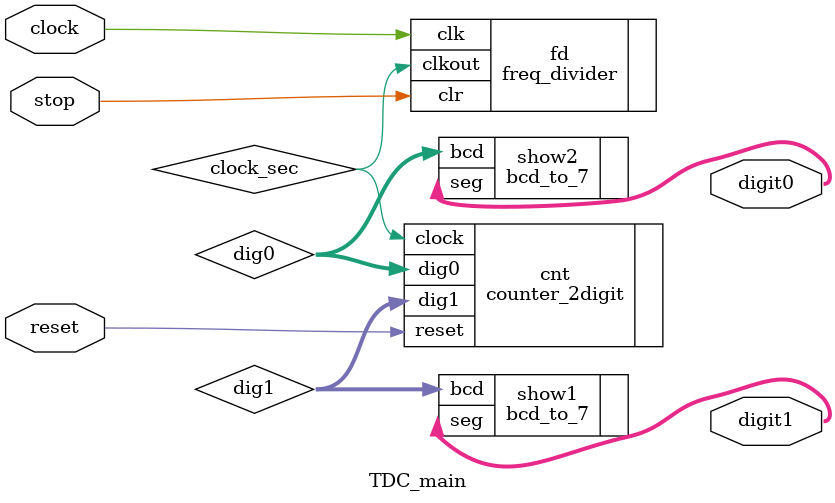
<source format=v>
`timescale 1ns / 1ps
module TDC_main(
    input clock,
    input stop,
    input reset,
    output [6:0] digit1,
    output [6:0] digit0
    );

  wire clock_sec;

  freq_divider fd(
    .clr(stop), .clk(clock), .clkout(clock_sec)
  );

  wire [3:0] dig1;
  wire [3:0] dig0;

  counter_2digit cnt(
    .reset(reset),
    .clock(clock_sec),
    .dig1(dig1),
    .dig0(dig0)
  );

  bcd_to_7 show1(
    .bcd(dig1), .seg(digit1)
  );
  bcd_to_7 show2(
    .bcd(dig0), .seg(digit0)
  );


endmodule

</source>
